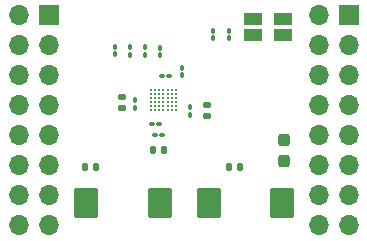
<source format=gbr>
G04 #@! TF.GenerationSoftware,KiCad,Pcbnew,7.0.0*
G04 #@! TF.CreationDate,2024-03-13T15:51:31+01:00*
G04 #@! TF.ProjectId,breakoutBoard_extended,62726561-6b6f-4757-9442-6f6172645f65,rev?*
G04 #@! TF.SameCoordinates,Original*
G04 #@! TF.FileFunction,Soldermask,Top*
G04 #@! TF.FilePolarity,Negative*
%FSLAX46Y46*%
G04 Gerber Fmt 4.6, Leading zero omitted, Abs format (unit mm)*
G04 Created by KiCad (PCBNEW 7.0.0) date 2024-03-13 15:51:31*
%MOMM*%
%LPD*%
G01*
G04 APERTURE LIST*
G04 Aperture macros list*
%AMRoundRect*
0 Rectangle with rounded corners*
0 $1 Rounding radius*
0 $2 $3 $4 $5 $6 $7 $8 $9 X,Y pos of 4 corners*
0 Add a 4 corners polygon primitive as box body*
4,1,4,$2,$3,$4,$5,$6,$7,$8,$9,$2,$3,0*
0 Add four circle primitives for the rounded corners*
1,1,$1+$1,$2,$3*
1,1,$1+$1,$4,$5*
1,1,$1+$1,$6,$7*
1,1,$1+$1,$8,$9*
0 Add four rect primitives between the rounded corners*
20,1,$1+$1,$2,$3,$4,$5,0*
20,1,$1+$1,$4,$5,$6,$7,0*
20,1,$1+$1,$6,$7,$8,$9,0*
20,1,$1+$1,$8,$9,$2,$3,0*%
G04 Aperture macros list end*
%ADD10RoundRect,0.100000X-0.100000X0.130000X-0.100000X-0.130000X0.100000X-0.130000X0.100000X0.130000X0*%
%ADD11RoundRect,0.250000X0.787500X1.025000X-0.787500X1.025000X-0.787500X-1.025000X0.787500X-1.025000X0*%
%ADD12RoundRect,0.250000X-0.787500X-1.025000X0.787500X-1.025000X0.787500X1.025000X-0.787500X1.025000X0*%
%ADD13RoundRect,0.100000X-0.130000X-0.100000X0.130000X-0.100000X0.130000X0.100000X-0.130000X0.100000X0*%
%ADD14RoundRect,0.147500X0.172500X-0.147500X0.172500X0.147500X-0.172500X0.147500X-0.172500X-0.147500X0*%
%ADD15RoundRect,0.147500X0.147500X0.172500X-0.147500X0.172500X-0.147500X-0.172500X0.147500X-0.172500X0*%
%ADD16C,0.250000*%
%ADD17RoundRect,0.100000X0.100000X-0.130000X0.100000X0.130000X-0.100000X0.130000X-0.100000X-0.130000X0*%
%ADD18R,1.500000X1.000000*%
%ADD19RoundRect,0.147500X-0.147500X-0.172500X0.147500X-0.172500X0.147500X0.172500X-0.147500X0.172500X0*%
%ADD20RoundRect,0.100000X0.130000X0.100000X-0.130000X0.100000X-0.130000X-0.100000X0.130000X-0.100000X0*%
%ADD21RoundRect,0.237500X-0.237500X0.287500X-0.237500X-0.287500X0.237500X-0.287500X0.237500X0.287500X0*%
%ADD22R,1.700000X1.700000*%
%ADD23O,1.700000X1.700000*%
G04 APERTURE END LIST*
D10*
X57277000Y-37841000D03*
X57277000Y-38481000D03*
D11*
X65724500Y-49276000D03*
X59499500Y-49276000D03*
D12*
X49147000Y-49276000D03*
X55372000Y-49276000D03*
D13*
X55548000Y-38562000D03*
X56188000Y-38562000D03*
D10*
X55426000Y-36144000D03*
X55426000Y-36784000D03*
D14*
X52197000Y-41275000D03*
X52197000Y-40305000D03*
D15*
X55761000Y-44785000D03*
X54791000Y-44785000D03*
X49992000Y-46228000D03*
X49022000Y-46228000D03*
D16*
X54630000Y-39719000D03*
X54980000Y-39719000D03*
X55330000Y-39719000D03*
X55680000Y-39719000D03*
X56030000Y-39719000D03*
X56380000Y-39719000D03*
X56730000Y-39719000D03*
X54630000Y-40069000D03*
X54980000Y-40069000D03*
X55330000Y-40069000D03*
X55680000Y-40069000D03*
X56030000Y-40069000D03*
X56380000Y-40069000D03*
X56730000Y-40069000D03*
X54630000Y-40419000D03*
X54980000Y-40419000D03*
X55330000Y-40419000D03*
X55680000Y-40419000D03*
X56030000Y-40419000D03*
X56380000Y-40419000D03*
X56730000Y-40419000D03*
X54630000Y-40769000D03*
X54980000Y-40769000D03*
X55330000Y-40769000D03*
X55680000Y-40769000D03*
X56030000Y-40769000D03*
X56380000Y-40769000D03*
X56730000Y-40769000D03*
X54630000Y-41119000D03*
X54980000Y-41119000D03*
X55330000Y-41119000D03*
X55680000Y-41119000D03*
X56030000Y-41119000D03*
X56380000Y-41119000D03*
X56730000Y-41119000D03*
X54630000Y-41469000D03*
X54980000Y-41469000D03*
X55330000Y-41469000D03*
X55680000Y-41469000D03*
X56030000Y-41469000D03*
X56380000Y-41469000D03*
X56730000Y-41469000D03*
D10*
X54156000Y-36119000D03*
X54156000Y-36759000D03*
D14*
X59363000Y-41945000D03*
X59363000Y-40975000D03*
D17*
X59880500Y-35369500D03*
X59880500Y-34729500D03*
X61214000Y-35369500D03*
X61214000Y-34729500D03*
D18*
X65785999Y-33751999D03*
X65785999Y-35051999D03*
D10*
X52886000Y-36110500D03*
X52886000Y-36750500D03*
D19*
X61214000Y-46228000D03*
X62184000Y-46228000D03*
D17*
X57966000Y-41849000D03*
X57966000Y-41209000D03*
D20*
X55583000Y-43515000D03*
X54943000Y-43515000D03*
D17*
X53267000Y-41234000D03*
X53267000Y-40594000D03*
D20*
X55329000Y-42626000D03*
X54689000Y-42626000D03*
D10*
X51616000Y-36085500D03*
X51616000Y-36725500D03*
D18*
X63245999Y-33751999D03*
X63245999Y-35051999D03*
D21*
X65849500Y-44005500D03*
X65849500Y-45755500D03*
D22*
X45973999Y-33400999D03*
D23*
X43433999Y-33400999D03*
X45973999Y-35940999D03*
X43433999Y-35940999D03*
X45973999Y-38480999D03*
X43433999Y-38480999D03*
X45973999Y-41020999D03*
X43433999Y-41020999D03*
X45973999Y-43560999D03*
X43433999Y-43560999D03*
X45973999Y-46100999D03*
X43433999Y-46100999D03*
X45973999Y-48640999D03*
X43433999Y-48640999D03*
X45973999Y-51180999D03*
X43433999Y-51180999D03*
D22*
X71373999Y-33400999D03*
D23*
X68833999Y-33400999D03*
X71373999Y-35940999D03*
X68833999Y-35940999D03*
X71373999Y-38480999D03*
X68833999Y-38480999D03*
X71373999Y-41020999D03*
X68833999Y-41020999D03*
X71373999Y-43560999D03*
X68833999Y-43560999D03*
X71373999Y-46100999D03*
X68833999Y-46100999D03*
X71373999Y-48640999D03*
X68833999Y-48640999D03*
X71373999Y-51180999D03*
X68833999Y-51180999D03*
M02*

</source>
